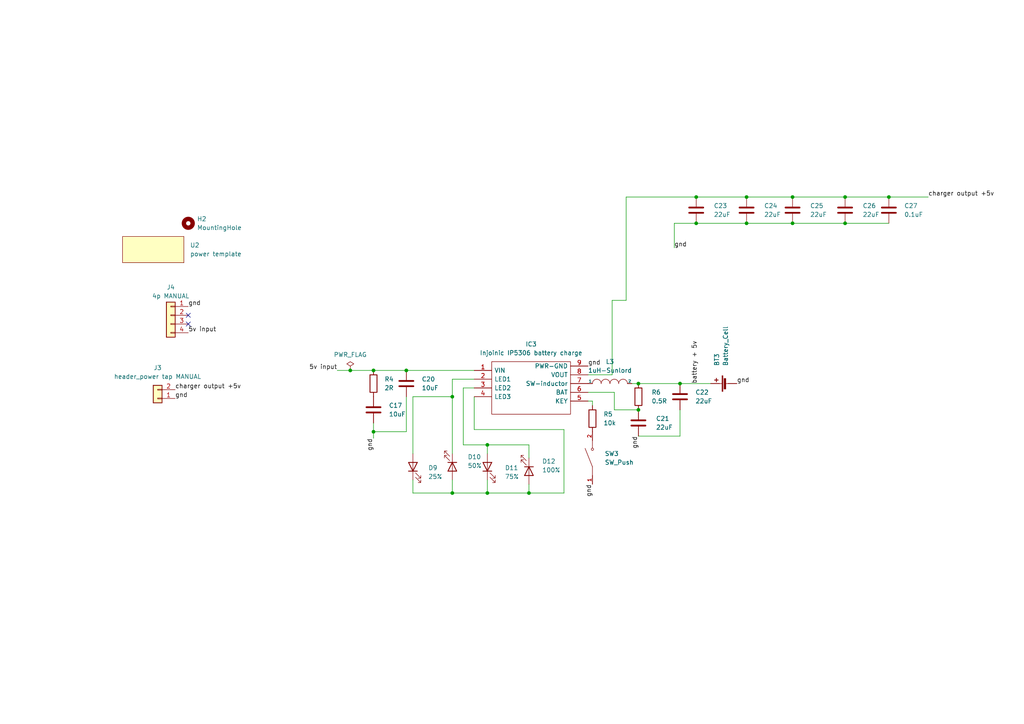
<source format=kicad_sch>
(kicad_sch (version 20211123) (generator eeschema)
  (paper "A4")
  (lib_symbols
    (symbol "Connector_Generic:Conn_01x02" (pin_names (offset 1.016) hide)
      (property "Reference" "J" (at 0 2.54 0))
      (property "Value" "Conn_01x02" (at 0 -5.08 0))
      (symbol "Conn_01x02_1_1"
        (rectangle (start -1.27 -2.413) (end 0 -2.667) (stroke (width 0.1524)))
        (rectangle (start -1.27 0.127) (end 0 -0.127) (stroke (width 0.1524)))
        (rectangle (start -1.27 1.27) (end 1.27 -3.81) (stroke (width 0.254)) (fill (type background)))
        (pin passive line (at -5.08 0 0) (length 3.81) (name "Pin_1") (number "1"))
        (pin passive line (at -5.08 -2.54 0) (length 3.81) (name "Pin_2") (number "2"))
      )
    )
    (symbol "Connector_Generic:Conn_01x04" (pin_names (offset 1.016) hide)
      (property "Reference" "J" (at 0 5.08 0))
      (property "Value" "Conn_01x04" (at 0 -7.62 0))
      (symbol "Conn_01x04_1_1"
        (rectangle (start -1.27 -4.953) (end 0 -5.207) (stroke (width 0.1524)))
        (rectangle (start -1.27 -2.413) (end 0 -2.667) (stroke (width 0.1524)))
        (rectangle (start -1.27 0.127) (end 0 -0.127) (stroke (width 0.1524)))
        (rectangle (start -1.27 2.667) (end 0 2.413) (stroke (width 0.1524)))
        (rectangle (start -1.27 3.81) (end 1.27 -6.35) (stroke (width 0.254)) (fill (type background)))
        (pin passive line (at -5.08 2.54 0) (length 3.81) (name "Pin_1") (number "1"))
        (pin passive line (at -5.08 0 0) (length 3.81) (name "Pin_2") (number "2"))
        (pin passive line (at -5.08 -2.54 0) (length 3.81) (name "Pin_3") (number "3"))
        (pin passive line (at -5.08 -5.08 0) (length 3.81) (name "Pin_4") (number "4"))
      )
    )
    (symbol "Device:Battery_Cell" (pin_numbers hide) (pin_names (offset 0) hide)
      (property "Reference" "BT" (at 2.54 2.54 0))
      (property "Value" "Battery_Cell" (at 2.54 0 0))
      (symbol "Battery_Cell_0_1"
        (rectangle (start -2.286 1.778) (end 2.286 1.524) (fill (type outline)))
        (rectangle (start -1.5748 1.1938) (end 1.4732 0.6858) (fill (type outline)))
        (polyline (pts (xy 0 0.762) (xy 0 0)))
        (polyline (pts (xy 0 1.778) (xy 0 2.54)))
        (polyline (pts (xy 0.508 3.429) (xy 1.524 3.429)) (stroke (width 0.254)))
        (polyline (pts (xy 1.016 3.937) (xy 1.016 2.921)) (stroke (width 0.254)))
      )
      (symbol "Battery_Cell_1_1"
        (pin passive line (at 0 5.08 270) (length 2.54) (name "+") (number "1"))
        (pin passive line (at 0 -2.54 90) (length 2.54) (name "-") (number "2"))
      )
    )
    (symbol "Device:C" (pin_numbers hide) (pin_names (offset 0.254))
      (property "Reference" "C" (at 0.635 2.54 0))
      (property "Value" "C" (at 0.635 -2.54 0))
      (symbol "C_0_1"
        (polyline (pts (xy -2.032 -0.762) (xy 2.032 -0.762)) (stroke (width 0.508)))
        (polyline (pts (xy -2.032 0.762) (xy 2.032 0.762)) (stroke (width 0.508)))
      )
      (symbol "C_1_1"
        (pin passive line (at 0 3.81 270) (length 2.794) (name "~") (number "1"))
        (pin passive line (at 0 -3.81 90) (length 2.794) (name "~") (number "2"))
      )
    )
    (symbol "Device:LED" (pin_numbers hide) (pin_names (offset 1.016) hide)
      (property "Reference" "D" (at 0 2.54 0))
      (property "Value" "LED" (at 0 -2.54 0))
      (symbol "LED_0_1"
        (polyline (pts (xy -1.27 -1.27) (xy -1.27 1.27)) (stroke (width 0.254)))
        (polyline (pts (xy -1.27 0) (xy 1.27 0)))
        (polyline (pts (xy 1.27 -1.27) (xy 1.27 1.27) (xy -1.27 0) (xy 1.27 -1.27)) (stroke (width 0.254)))
        (polyline (pts (xy -3.048 -0.762) (xy -4.572 -2.286) (xy -3.81 -2.286) (xy -4.572 -2.286) (xy -4.572 -1.524)))
        (polyline (pts (xy -1.778 -0.762) (xy -3.302 -2.286) (xy -2.54 -2.286) (xy -3.302 -2.286) (xy -3.302 -1.524)))
      )
      (symbol "LED_1_1"
        (pin passive line (at -3.81 0 0) (length 2.54) (name "K") (number "1"))
        (pin passive line (at 3.81 0 180) (length 2.54) (name "A") (number "2"))
      )
    )
    (symbol "Device:R" (pin_numbers hide) (pin_names (offset 0))
      (property "Reference" "R" (at 2.032 0 90))
      (property "Value" "R" (at 0 0 90))
      (symbol "R_0_1"
        (rectangle (start -1.016 -2.54) (end 1.016 2.54) (stroke (width 0.254)))
      )
      (symbol "R_1_1"
        (pin passive line (at 0 3.81 270) (length 1.27) (name "~") (number "1"))
        (pin passive line (at 0 -3.81 90) (length 1.27) (name "~") (number "2"))
      )
    )
    (symbol "Mechanical:MountingHole" (pin_names (offset 1.016))
      (property "Reference" "H" (at 0 5.08 0))
      (property "Value" "MountingHole" (at 0 3.175 0))
      (symbol "MountingHole_0_1"
        (circle (center 0 0) (radius 1.27) (stroke (width 1.27)))
      )
    )
    (symbol "clarinoid2:Injoinic IP5306 battery charge" (pin_names (offset 0.762))
      (property "Reference" "IC" (at -11.43 10.16 0))
      (property "Value" "Injoinic IP5306 battery charge" (at -11.43 7.62 0))
      (symbol "Injoinic IP5306 battery charge_0_0"
        (pin power_in line (at -16.51 3.81 0) (length 5.08) (name "VIN") (number "1"))
        (pin output line (at -16.51 1.27 0) (length 5.08) (name "LED1") (number "2"))
        (pin output line (at -16.51 -1.27 0) (length 5.08) (name "LED2") (number "3"))
        (pin passive line (at -16.51 -3.81 0) (length 5.08) (name "LED3") (number "4"))
        (pin passive line (at 16.51 -5.08 180) (length 5.08) (name "KEY") (number "5"))
        (pin passive line (at 16.51 -2.54 180) (length 5.08) (name "BAT") (number "6"))
        (pin passive line (at 16.51 0 180) (length 5.08) (name "SW-inductor") (number "7"))
        (pin power_out line (at 16.51 2.54 180) (length 5.08) (name "VOUT") (number "8"))
        (pin power_out line (at 16.51 5.08 180) (length 5.08) (name "PWR-GND") (number "9"))
      )
      (symbol "Injoinic IP5306 battery charge_0_1"
        (polyline (pts (xy -11.43 6.35) (xy 11.43 6.35) (xy 11.43 -8.89) (xy -11.43 -8.89) (xy -11.43 6.35)) (stroke (width 0.1524)))
      )
    )
    (symbol "clarinoid2:Placeholder" (in_bom no)
      (property "Reference" "U" (at 0 0 0))
      (property "Value" "Placeholder" (at 0 -1.27 0))
      (symbol "Placeholder_0_1"
        (rectangle (start -8.89 2.54) (end 8.89 -5.08) (fill (type background)))
      )
    )
    (symbol "clarinoid2:XKB tactile switch jlcpcb TS-1187A-B-A-B" (pin_names (offset 1.016) hide)
      (property "Reference" "S" (at -2.54 2.54 0))
      (property "Value" "XKB tactile switch jlcpcb TS-1187A-B-A-B" (at -2.54 -2.54 0))
      (symbol "XKB tactile switch jlcpcb TS-1187A-B-A-B_0_0"
        (polyline (pts (xy -2.54 0) (xy -5.08 0)) (stroke (width 0.1524)))
        (polyline (pts (xy -2.54 0) (xy 2.794 2.1336)) (stroke (width 0.1524)))
        (polyline (pts (xy 5.08 0) (xy 2.921 0)) (stroke (width 0.1524)))
        (circle (center 2.54 0) (radius 0.3302) (stroke (width 0.1524)))
        (pin passive line (at -7.62 0 0) (length 2.54) (name "~") (number "1"))
        (pin passive line (at 7.62 0 180) (length 2.54) (name "~") (number "2"))
      )
    )
    (symbol "power:PWR_FLAG" (power) (pin_numbers hide) (pin_names (offset 0) hide)
      (property "Value" "PWR_FLAG" (at 0 3.81 0))
      (symbol "PWR_FLAG_0_0"
        (pin power_out line (at 0 0 90) (length 0) (name "pwr") (number "1"))
      )
      (symbol "PWR_FLAG_0_1"
        (polyline (pts (xy 0 0) (xy 0 1.27) (xy -1.016 1.905) (xy 0 2.54) (xy 1.016 1.905) (xy 0 1.27)))
      )
    )
    (symbol "pspice:INDUCTOR" (pin_numbers hide) (pin_names (offset 0))
      (property "Reference" "L" (at 0 2.54 0))
      (property "Value" "INDUCTOR" (at 0 -1.27 0))
      (symbol "INDUCTOR_0_1"
        (arc (start -2.54 0) (mid -3.81 1.27) (end -5.08 0))
        (arc (start 0 0) (mid -1.27 1.27) (end -2.54 0))
        (arc (start 2.54 0) (mid 1.27 1.27) (end 0 0))
        (arc (start 5.08 0) (mid 3.81 1.27) (end 2.54 0))
      )
      (symbol "INDUCTOR_1_1"
        (pin input line (at -6.35 0 0) (length 1.27) (name "1") (number "1"))
        (pin input line (at 6.35 0 180) (length 1.27) (name "2") (number "2"))
      )
    )
  )
  (junction (at 117.856 107.442))
  (junction (at 153.416 143.002))
  (junction (at 101.6 107.442))
  (junction (at 108.331 107.442))
  (junction (at 141.351 129.032))
  (junction (at 257.81 57.15))
  (junction (at 131.191 115.062))
  (junction (at 245.11 57.15))
  (junction (at 185.166 118.872))
  (junction (at 197.231 111.252))
  (junction (at 201.93 64.77))
  (junction (at 229.87 57.15))
  (junction (at 245.11 64.77))
  (junction (at 131.191 143.002))
  (junction (at 185.166 111.252))
  (junction (at 108.331 125.222))
  (junction (at 201.93 57.15))
  (junction (at 141.351 143.002))
  (junction (at 216.535 57.15))
  (junction (at 229.87 64.77))
  (junction (at 216.535 64.77))
  (no_connect (at 54.61 93.98))
  (no_connect (at 54.61 91.44))
  (wire (pts (xy 97.79 107.442) (xy 101.6 107.442)))
  (wire (pts (xy 185.166 126.492) (xy 197.231 126.492)))
  (wire (pts (xy 131.191 109.982) (xy 137.541 109.982)))
  (wire (pts (xy 131.191 131.572) (xy 131.191 115.062)))
  (wire (pts (xy 201.93 64.77) (xy 195.58 64.77)))
  (wire (pts (xy 181.61 57.15) (xy 201.93 57.15)))
  (wire (pts (xy 181.61 57.15) (xy 181.61 87.122)))
  (wire (pts (xy 183.261 111.252) (xy 185.166 111.252)))
  (wire (pts (xy 245.11 64.77) (xy 229.87 64.77)))
  (wire (pts (xy 101.6 107.442) (xy 108.331 107.442)))
  (wire (pts (xy 134.366 129.032) (xy 141.351 129.032)))
  (wire (pts (xy 141.351 139.192) (xy 141.351 143.002)))
  (wire (pts (xy 170.561 116.332) (xy 171.831 116.332)))
  (wire (pts (xy 141.351 129.032) (xy 153.416 129.032)))
  (wire (pts (xy 141.351 143.002) (xy 153.416 143.002)))
  (wire (pts (xy 170.561 113.792) (xy 178.181 113.792)))
  (wire (pts (xy 131.191 139.192) (xy 131.191 143.002)))
  (wire (pts (xy 117.856 115.062) (xy 117.856 125.222)))
  (wire (pts (xy 108.331 125.222) (xy 108.331 127.127)))
  (wire (pts (xy 195.58 64.77) (xy 195.58 71.882)))
  (wire (pts (xy 257.81 57.15) (xy 245.11 57.15)))
  (wire (pts (xy 119.761 139.192) (xy 119.761 143.002)))
  (wire (pts (xy 119.761 131.572) (xy 119.761 115.062)))
  (wire (pts (xy 108.331 122.682) (xy 108.331 125.222)))
  (wire (pts (xy 131.191 115.062) (xy 131.191 109.982)))
  (wire (pts (xy 229.87 64.77) (xy 216.535 64.77)))
  (wire (pts (xy 178.181 118.872) (xy 185.166 118.872)))
  (wire (pts (xy 117.856 125.222) (xy 108.331 125.222)))
  (wire (pts (xy 197.231 126.492) (xy 197.231 118.872)))
  (wire (pts (xy 137.541 112.522) (xy 134.366 112.522)))
  (wire (pts (xy 257.81 64.77) (xy 245.11 64.77)))
  (wire (pts (xy 119.761 143.002) (xy 131.191 143.002)))
  (wire (pts (xy 185.166 111.252) (xy 197.231 111.252)))
  (wire (pts (xy 229.87 57.15) (xy 216.535 57.15)))
  (wire (pts (xy 117.856 107.442) (xy 137.541 107.442)))
  (wire (pts (xy 216.535 64.77) (xy 201.93 64.77)))
  (wire (pts (xy 197.231 111.252) (xy 206.121 111.252)))
  (wire (pts (xy 178.181 113.792) (xy 178.181 118.872)))
  (wire (pts (xy 216.535 57.15) (xy 201.93 57.15)))
  (wire (pts (xy 153.416 140.462) (xy 153.416 143.002)))
  (wire (pts (xy 177.546 108.712) (xy 170.561 108.712)))
  (wire (pts (xy 119.761 115.062) (xy 131.191 115.062)))
  (wire (pts (xy 131.191 143.002) (xy 141.351 143.002)))
  (wire (pts (xy 245.11 57.15) (xy 229.87 57.15)))
  (wire (pts (xy 141.351 129.032) (xy 141.351 131.572)))
  (wire (pts (xy 134.366 112.522) (xy 134.366 129.032)))
  (wire (pts (xy 137.541 124.587) (xy 137.541 115.062)))
  (wire (pts (xy 153.416 132.842) (xy 153.416 129.032)))
  (wire (pts (xy 269.24 57.15) (xy 257.81 57.15)))
  (wire (pts (xy 163.576 143.002) (xy 163.576 124.587)))
  (wire (pts (xy 171.831 116.332) (xy 171.831 117.602)))
  (wire (pts (xy 163.576 124.587) (xy 137.541 124.587)))
  (wire (pts (xy 108.331 107.442) (xy 117.856 107.442)))
  (wire (pts (xy 153.416 143.002) (xy 163.576 143.002)))
  (wire (pts (xy 177.546 87.122) (xy 177.546 108.712)))
  (wire (pts (xy 181.61 87.122) (xy 177.546 87.122)))
  (label "gnd" (at 185.166 126.492 270))
  (label "gnd" (at 108.331 127.127 270))
  (label "gnd" (at 170.561 106.172 0))
  (label "5v input" (at 54.61 96.52 0))
  (label "gnd" (at 195.58 71.882 0))
  (label "5v input" (at 97.79 107.442 180))
  (label "battery + 5v" (at 202.4784 111.252 90))
  (label "gnd" (at 54.61 88.9 0))
  (label "gnd" (at 50.8 115.57 0))
  (label "charger output +5v" (at 50.8 113.03 0))
  (label "gnd" (at 213.741 111.252 0))
  (label "gnd" (at 171.831 140.462 270))
  (label "charger output +5v" (at 269.24 57.15 0))
  (symbol (lib_id "Connector_Generic:Conn_01x02") (at 45.72 115.57 180) (unit 1) (in_bom no)
    (property "Reference" "J3" (at 45.72 106.68 0))
    (property "Value" "header_power tap MANUAL" (at 45.72 109.22 0))
    (property "Footprint" "Connector_PinHeader_2.54mm:PinHeader_1x02_P2.54mm_Vertical" (effects hide))
    (property "verif" "1" (effects hide))
  )
  (symbol (lib_id "Device:R") (at 171.831 121.412 0) (unit 1)
    (property "Reference" "R5" (at 175.006 120.1419 0) (effects (justify left)))
    (property "Value" "10k" (at 175.006 122.6819 0) (effects (justify left)))
    (property "Footprint" "Resistor_SMD:R_0603_1608Metric" (effects hide))
    (property "LCSC part number" "C25804" (effects hide))
    (property "verif" "1" (effects hide))
    (property "LCSC" "C25804" (effects hide))
  )
  (symbol (lib_id "Device:R") (at 108.331 111.252 0) (unit 1)
    (property "Reference" "R4" (at 111.506 109.9819 0) (effects (justify left)))
    (property "Value" "2R" (at 111.506 112.5219 0) (effects (justify left)))
    (property "Footprint" "Resistor_SMD:R_0603_1608Metric" (effects hide))
    (property "LCSC part number" "C22977" (effects hide))
    (property "verif" "1" (effects hide))
    (property "LCSC" "C22977" (effects hide))
  )
  (symbol (lib_id "Device:C") (at 229.87 60.96 0) (unit 1)
    (property "Reference" "C25" (at 234.95 59.6899 0) (effects (justify left)))
    (property "Value" "22uF" (at 234.95 62.2299 0) (effects (justify left)))
    (property "Footprint" "Capacitor_SMD:C_0603_1608Metric" (effects hide))
    (property "LCSC part number" "C59461" (effects hide))
    (property "verif" "1" (effects hide))
    (property "LCSC" "C59461" (effects hide))
  )
  (symbol (lib_id "Device:LED") (at 153.416 136.652 270) (unit 1)
    (property "Reference" "D12" (at 157.226 133.7944 90) (effects (justify left)))
    (property "Value" "100%" (at 157.226 136.3344 90) (effects (justify left)))
    (property "Footprint" "LED_SMD:LED_0805_2012Metric" (effects hide))
    (property "LCSC part number" "C264424" (effects hide))
    (property "verif" "1" (effects hide))
    (property "LCSC" "C264424" (effects hide))
  )
  (symbol (lib_id "Device:C") (at 257.81 60.96 0) (unit 1)
    (property "Reference" "C27" (at 262.255 59.6899 0) (effects (justify left)))
    (property "Value" "0.1uF" (at 262.255 62.2299 0) (effects (justify left)))
    (property "Footprint" "Capacitor_SMD:C_1206_3216Metric" (effects hide))
    (property "LCSC part number" "C24497" (effects hide))
    (property "verif" "1" (effects hide))
    (property "LCSC" "C24497" (effects hide))
  )
  (symbol (lib_id "pspice:INDUCTOR") (at 176.911 111.252 0) (unit 1)
    (property "Reference" "L3" (at 176.911 104.902 0))
    (property "Value" "1uH-Sunlord" (at 176.911 107.442 0))
    (property "Footprint" "clarinoid2:Inductor_MCS0630-1R0MN2" (effects hide))
    (property "LCSC part number" "C112125" (effects hide))
    (property "verif" "1" (effects hide))
    (property "LCSC" "C112125" (effects hide))
  )
  (symbol (lib_id "clarinoid2:XKB tactile switch jlcpcb TS-1187A-B-A-B") (at 171.831 132.842 90) (unit 1)
    (property "Reference" "SW3" (at 175.387 131.5719 90) (effects (justify right)))
    (property "Value" "SW_Push" (at 175.387 134.1119 90) (effects (justify right)))
    (property "Footprint" "clarinoid2:XKB switch jlcpcb SW_TS-1187A-B-A-B" (effects hide))
    (property "LCSC part number" "C318884" (effects hide))
    (property "STANDARD" "Manufacturer Recommendations" (effects hide))
    (property "MANUFACTURER" "XKB Industrial Precision" (effects hide))
    (property "MAXIMUM_PACKAGE_HEIGHT" "1.5mm" (effects hide))
    (property "PARTREV" "A0" (effects hide))
    (property "verif" "1" (effects hide))
    (property "LCSC" "C318884" (effects hide))
  )
  (symbol (lib_id "Mechanical:MountingHole") (at 54.61 64.77 0) (unit 1)
    (property "Reference" "H2" (at 57.15 63.4999 0) (effects (justify left)))
    (property "Value" "MountingHole" (at 57.15 66.0399 0) (effects (justify left)))
    (property "Footprint" "MountingHole:MountingHole_3.2mm_M3" (effects hide))
    (property "MANUFACTURER" "Wurth" (effects hide))
    (property "verif" "1" (effects hide))
  )
  (symbol (lib_id "Device:C") (at 245.11 60.96 0) (unit 1)
    (property "Reference" "C26" (at 250.19 59.6899 0) (effects (justify left)))
    (property "Value" "22uF" (at 250.19 62.2299 0) (effects (justify left)))
    (property "Footprint" "Capacitor_SMD:C_0603_1608Metric" (effects hide))
    (property "LCSC part number" "C59461" (effects hide))
    (property "verif" "1" (effects hide))
    (property "LCSC" "C59461" (effects hide))
  )
  (symbol (lib_id "clarinoid2:Placeholder") (at 44.45 71.12 0) (unit 1) (in_bom no)
    (property "Reference" "U2" (at 55.118 71.1199 0) (effects (justify left)))
    (property "Value" "power template" (at 55.118 73.6599 0) (effects (justify left)))
    (property "Footprint" "clarinoid2:dev board power board template" (effects hide))
    (property "verif" "1" (effects hide))
  )
  (symbol (lib_id "Connector_Generic:Conn_01x04") (at 49.53 91.44 0) (mirror y) (unit 1) (in_bom no)
    (property "Reference" "J4" (at 49.53 83.312 0))
    (property "Value" "4p MANUAL" (at 49.53 85.852 0))
    (property "Footprint" "Connector_PinHeader_2.54mm:PinHeader_1x04_P2.54mm_Vertical" (effects hide))
    (property "verif" "1" (effects hide))
  )
  (symbol (lib_id "power:PWR_FLAG") (at 101.6 107.442 0) (unit 1)
    (property "Reference" "#FLG0102" (effects hide))
    (property "Value" "PWR_FLAG" (at 101.6 102.87 0))
  )
  (symbol (lib_id "Device:C") (at 197.231 115.062 0) (unit 1)
    (property "Reference" "C22" (at 201.676 113.7919 0) (effects (justify left)))
    (property "Value" "22uF" (at 201.676 116.3319 0) (effects (justify left)))
    (property "Footprint" "Capacitor_SMD:C_1206_3216Metric" (effects hide))
    (property "LCSC part number" "C12891" (effects hide))
    (property "verif" "1" (effects hide))
    (property "LCSC" "C12891" (effects hide))
  )
  (symbol (lib_id "Device:C") (at 201.93 60.96 0) (unit 1)
    (property "Reference" "C23" (at 207.01 59.6899 0) (effects (justify left)))
    (property "Value" "22uF" (at 207.01 62.2299 0) (effects (justify left)))
    (property "Footprint" "Capacitor_SMD:C_1206_3216Metric" (effects hide))
    (property "LCSC part number" "C12891" (effects hide))
    (property "verif" "1" (effects hide))
    (property "LCSC" "C12891" (effects hide))
  )
  (symbol (lib_id "Device:LED") (at 119.761 135.382 90) (unit 1)
    (property "Reference" "D9" (at 124.206 135.6994 90) (effects (justify right)))
    (property "Value" "25%" (at 124.206 138.2394 90) (effects (justify right)))
    (property "Footprint" "LED_SMD:LED_0805_2012Metric" (effects hide))
    (property "LCSC part number" "C264424" (effects hide))
    (property "verif" "1" (effects hide))
    (property "LCSC" "C264424" (effects hide))
  )
  (symbol (lib_id "Device:C") (at 216.535 60.96 0) (unit 1)
    (property "Reference" "C24" (at 221.615 59.6899 0) (effects (justify left)))
    (property "Value" "22uF" (at 221.615 62.2299 0) (effects (justify left)))
    (property "Footprint" "Capacitor_SMD:C_1206_3216Metric" (effects hide))
    (property "LCSC part number" "C12891" (effects hide))
    (property "verif" "1" (effects hide))
    (property "LCSC" "C12891" (effects hide))
  )
  (symbol (lib_id "Device:C") (at 185.166 122.682 0) (unit 1)
    (property "Reference" "C21" (at 190.246 121.4119 0) (effects (justify left)))
    (property "Value" "22uF" (at 190.246 123.9519 0) (effects (justify left)))
    (property "Footprint" "Capacitor_SMD:C_1206_3216Metric" (effects hide))
    (property "LCSC part number" "C12891" (effects hide))
    (property "verif" "1" (effects hide))
    (property "LCSC" "C12891" (effects hide))
  )
  (symbol (lib_id "Device:R") (at 185.166 115.062 0) (unit 1)
    (property "Reference" "R6" (at 188.976 113.7919 0) (effects (justify left)))
    (property "Value" "0.5R" (at 188.976 116.3319 0) (effects (justify left)))
    (property "Footprint" "Resistor_SMD:R_0603_1608Metric" (effects hide))
    (property "LCSC part number" "C45312" (effects hide))
    (property "verif" "1" (effects hide))
    (property "LCSC" "C45312" (effects hide))
  )
  (symbol (lib_id "Device:C") (at 108.331 118.872 0) (unit 1)
    (property "Reference" "C17" (at 112.776 117.6019 0) (effects (justify left)))
    (property "Value" "10uF" (at 112.776 120.1419 0) (effects (justify left)))
    (property "Footprint" "Capacitor_SMD:C_1206_3216Metric" (effects hide))
    (property "LCSC part number" "C13585" (effects hide))
    (property "verif" "1" (effects hide))
    (property "LCSC" "C13585" (effects hide))
  )
  (symbol (lib_id "clarinoid2:Injoinic IP5306 battery charge") (at 154.051 111.252 0) (unit 1)
    (property "Reference" "IC3" (at 154.051 99.822 0))
    (property "Value" "Injoinic IP5306 battery charge" (at 154.051 102.362 0))
    (property "Footprint" "clarinoid2:SOIC127P599X155-9N (IP5306)" (effects hide))
    (property "Datasheet" "http://www.injoinic.com/wwwroot/uploads/files/20200221/0405f23c247a34d3990ae100c8b20a27.pdf" (effects hide))
    (property "LCSC part number" "C181692" (effects hide))
    (property "verif" "1" (effects hide))
    (property "LCSC" "C181692" (effects hide))
  )
  (symbol (lib_id "Device:C") (at 117.856 111.252 0) (unit 1)
    (property "Reference" "C20" (at 122.301 109.9819 0) (effects (justify left)))
    (property "Value" "10uF" (at 122.301 112.5219 0) (effects (justify left)))
    (property "Footprint" "Capacitor_SMD:C_1206_3216Metric" (effects hide))
    (property "LCSC part number" "C13585" (effects hide))
    (property "verif" "1" (effects hide))
    (property "LCSC" "C13585" (effects hide))
  )
  (symbol (lib_id "Device:Battery_Cell") (at 211.201 111.252 90) (unit 1) (in_bom no)
    (property "Reference" "BT3" (at 207.8989 106.172 0) (effects (justify left)))
    (property "Value" "Battery_Cell" (at 210.4389 106.172 0) (effects (justify left)))
    (property "Footprint" "Battery:BatteryHolder_Keystone_1042_1x18650" (effects hide))
    (property "verif" "1" (effects hide))
  )
  (symbol (lib_id "Device:LED") (at 131.191 135.382 270) (unit 1)
    (property "Reference" "D10" (at 135.636 132.5244 90) (effects (justify left)))
    (property "Value" "50%" (at 135.636 135.0644 90) (effects (justify left)))
    (property "Footprint" "LED_SMD:LED_0805_2012Metric" (effects hide))
    (property "LCSC part number" "C264424" (effects hide))
    (property "verif" "1" (effects hide))
    (property "LCSC" "C264424" (effects hide))
  )
  (symbol (lib_id "Device:LED") (at 141.351 135.382 90) (unit 1)
    (property "Reference" "D11" (at 146.431 135.6994 90) (effects (justify right)))
    (property "Value" "75%" (at 146.431 138.2394 90) (effects (justify right)))
    (property "Footprint" "LED_SMD:LED_0805_2012Metric" (effects hide))
    (property "LCSC part number" "C264424" (effects hide))
    (property "verif" "1" (effects hide))
    (property "LCSC" "C264424" (effects hide))
  )
)
</source>
